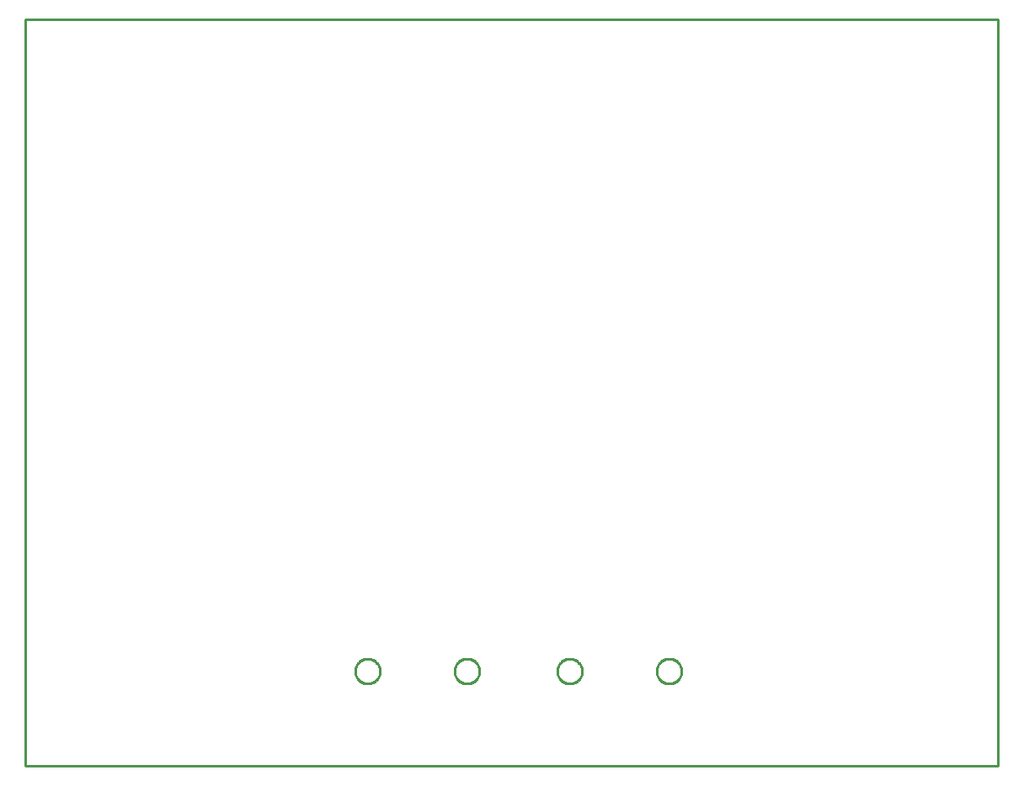
<source format=gbr>
G04 EAGLE Gerber RS-274X export*
G75*
%MOMM*%
%FSLAX34Y34*%
%LPD*%
%IN*%
%IPPOS*%
%AMOC8*
5,1,8,0,0,1.08239X$1,22.5*%
G01*
%ADD10C,0.254000*%


D10*
X0Y0D02*
X977800Y0D01*
X977800Y750800D01*
X0Y750800D01*
X0Y0D01*
X431200Y94909D02*
X431277Y93930D01*
X431431Y92960D01*
X431660Y92004D01*
X431964Y91070D01*
X432339Y90163D01*
X432785Y89288D01*
X433299Y88450D01*
X433876Y87655D01*
X434514Y86908D01*
X435208Y86214D01*
X435955Y85576D01*
X436750Y84999D01*
X437588Y84485D01*
X438463Y84039D01*
X439370Y83664D01*
X440304Y83360D01*
X441260Y83131D01*
X442230Y82977D01*
X443209Y82900D01*
X444191Y82900D01*
X445170Y82977D01*
X446141Y83131D01*
X447096Y83360D01*
X448030Y83664D01*
X448937Y84039D01*
X449812Y84485D01*
X450650Y84999D01*
X451445Y85576D01*
X452192Y86214D01*
X452886Y86908D01*
X453524Y87655D01*
X454101Y88450D01*
X454615Y89288D01*
X455061Y90163D01*
X455436Y91070D01*
X455740Y92004D01*
X455969Y92960D01*
X456123Y93930D01*
X456200Y94909D01*
X456200Y95891D01*
X456123Y96870D01*
X455969Y97841D01*
X455740Y98796D01*
X455436Y99730D01*
X455061Y100637D01*
X454615Y101512D01*
X454101Y102350D01*
X453524Y103145D01*
X452886Y103892D01*
X452192Y104586D01*
X451445Y105224D01*
X450650Y105801D01*
X449812Y106315D01*
X448937Y106761D01*
X448030Y107136D01*
X447096Y107440D01*
X446141Y107669D01*
X445170Y107823D01*
X444191Y107900D01*
X443209Y107900D01*
X442230Y107823D01*
X441260Y107669D01*
X440304Y107440D01*
X439370Y107136D01*
X438463Y106761D01*
X437588Y106315D01*
X436750Y105801D01*
X435955Y105224D01*
X435208Y104586D01*
X434514Y103892D01*
X433876Y103145D01*
X433299Y102350D01*
X432785Y101512D01*
X432339Y100637D01*
X431964Y99730D01*
X431660Y98796D01*
X431431Y97841D01*
X431277Y96870D01*
X431200Y95891D01*
X431200Y94909D01*
X331200Y94909D02*
X331277Y93930D01*
X331431Y92960D01*
X331660Y92004D01*
X331964Y91070D01*
X332339Y90163D01*
X332785Y89288D01*
X333299Y88450D01*
X333876Y87655D01*
X334514Y86908D01*
X335208Y86214D01*
X335955Y85576D01*
X336750Y84999D01*
X337588Y84485D01*
X338463Y84039D01*
X339370Y83664D01*
X340304Y83360D01*
X341260Y83131D01*
X342230Y82977D01*
X343209Y82900D01*
X344191Y82900D01*
X345170Y82977D01*
X346141Y83131D01*
X347096Y83360D01*
X348030Y83664D01*
X348937Y84039D01*
X349812Y84485D01*
X350650Y84999D01*
X351445Y85576D01*
X352192Y86214D01*
X352886Y86908D01*
X353524Y87655D01*
X354101Y88450D01*
X354615Y89288D01*
X355061Y90163D01*
X355436Y91070D01*
X355740Y92004D01*
X355969Y92960D01*
X356123Y93930D01*
X356200Y94909D01*
X356200Y95891D01*
X356123Y96870D01*
X355969Y97841D01*
X355740Y98796D01*
X355436Y99730D01*
X355061Y100637D01*
X354615Y101512D01*
X354101Y102350D01*
X353524Y103145D01*
X352886Y103892D01*
X352192Y104586D01*
X351445Y105224D01*
X350650Y105801D01*
X349812Y106315D01*
X348937Y106761D01*
X348030Y107136D01*
X347096Y107440D01*
X346141Y107669D01*
X345170Y107823D01*
X344191Y107900D01*
X343209Y107900D01*
X342230Y107823D01*
X341260Y107669D01*
X340304Y107440D01*
X339370Y107136D01*
X338463Y106761D01*
X337588Y106315D01*
X336750Y105801D01*
X335955Y105224D01*
X335208Y104586D01*
X334514Y103892D01*
X333876Y103145D01*
X333299Y102350D01*
X332785Y101512D01*
X332339Y100637D01*
X331964Y99730D01*
X331660Y98796D01*
X331431Y97841D01*
X331277Y96870D01*
X331200Y95891D01*
X331200Y94909D01*
X634400Y94909D02*
X634477Y93930D01*
X634631Y92960D01*
X634860Y92004D01*
X635164Y91070D01*
X635539Y90163D01*
X635985Y89288D01*
X636499Y88450D01*
X637076Y87655D01*
X637714Y86908D01*
X638408Y86214D01*
X639155Y85576D01*
X639950Y84999D01*
X640788Y84485D01*
X641663Y84039D01*
X642570Y83664D01*
X643504Y83360D01*
X644460Y83131D01*
X645430Y82977D01*
X646409Y82900D01*
X647391Y82900D01*
X648370Y82977D01*
X649341Y83131D01*
X650296Y83360D01*
X651230Y83664D01*
X652137Y84039D01*
X653012Y84485D01*
X653850Y84999D01*
X654645Y85576D01*
X655392Y86214D01*
X656086Y86908D01*
X656724Y87655D01*
X657301Y88450D01*
X657815Y89288D01*
X658261Y90163D01*
X658636Y91070D01*
X658940Y92004D01*
X659169Y92960D01*
X659323Y93930D01*
X659400Y94909D01*
X659400Y95891D01*
X659323Y96870D01*
X659169Y97841D01*
X658940Y98796D01*
X658636Y99730D01*
X658261Y100637D01*
X657815Y101512D01*
X657301Y102350D01*
X656724Y103145D01*
X656086Y103892D01*
X655392Y104586D01*
X654645Y105224D01*
X653850Y105801D01*
X653012Y106315D01*
X652137Y106761D01*
X651230Y107136D01*
X650296Y107440D01*
X649341Y107669D01*
X648370Y107823D01*
X647391Y107900D01*
X646409Y107900D01*
X645430Y107823D01*
X644460Y107669D01*
X643504Y107440D01*
X642570Y107136D01*
X641663Y106761D01*
X640788Y106315D01*
X639950Y105801D01*
X639155Y105224D01*
X638408Y104586D01*
X637714Y103892D01*
X637076Y103145D01*
X636499Y102350D01*
X635985Y101512D01*
X635539Y100637D01*
X635164Y99730D01*
X634860Y98796D01*
X634631Y97841D01*
X634477Y96870D01*
X634400Y95891D01*
X634400Y94909D01*
X534400Y94909D02*
X534477Y93930D01*
X534631Y92960D01*
X534860Y92004D01*
X535164Y91070D01*
X535539Y90163D01*
X535985Y89288D01*
X536499Y88450D01*
X537076Y87655D01*
X537714Y86908D01*
X538408Y86214D01*
X539155Y85576D01*
X539950Y84999D01*
X540788Y84485D01*
X541663Y84039D01*
X542570Y83664D01*
X543504Y83360D01*
X544460Y83131D01*
X545430Y82977D01*
X546409Y82900D01*
X547391Y82900D01*
X548370Y82977D01*
X549341Y83131D01*
X550296Y83360D01*
X551230Y83664D01*
X552137Y84039D01*
X553012Y84485D01*
X553850Y84999D01*
X554645Y85576D01*
X555392Y86214D01*
X556086Y86908D01*
X556724Y87655D01*
X557301Y88450D01*
X557815Y89288D01*
X558261Y90163D01*
X558636Y91070D01*
X558940Y92004D01*
X559169Y92960D01*
X559323Y93930D01*
X559400Y94909D01*
X559400Y95891D01*
X559323Y96870D01*
X559169Y97841D01*
X558940Y98796D01*
X558636Y99730D01*
X558261Y100637D01*
X557815Y101512D01*
X557301Y102350D01*
X556724Y103145D01*
X556086Y103892D01*
X555392Y104586D01*
X554645Y105224D01*
X553850Y105801D01*
X553012Y106315D01*
X552137Y106761D01*
X551230Y107136D01*
X550296Y107440D01*
X549341Y107669D01*
X548370Y107823D01*
X547391Y107900D01*
X546409Y107900D01*
X545430Y107823D01*
X544460Y107669D01*
X543504Y107440D01*
X542570Y107136D01*
X541663Y106761D01*
X540788Y106315D01*
X539950Y105801D01*
X539155Y105224D01*
X538408Y104586D01*
X537714Y103892D01*
X537076Y103145D01*
X536499Y102350D01*
X535985Y101512D01*
X535539Y100637D01*
X535164Y99730D01*
X534860Y98796D01*
X534631Y97841D01*
X534477Y96870D01*
X534400Y95891D01*
X534400Y94909D01*
M02*

</source>
